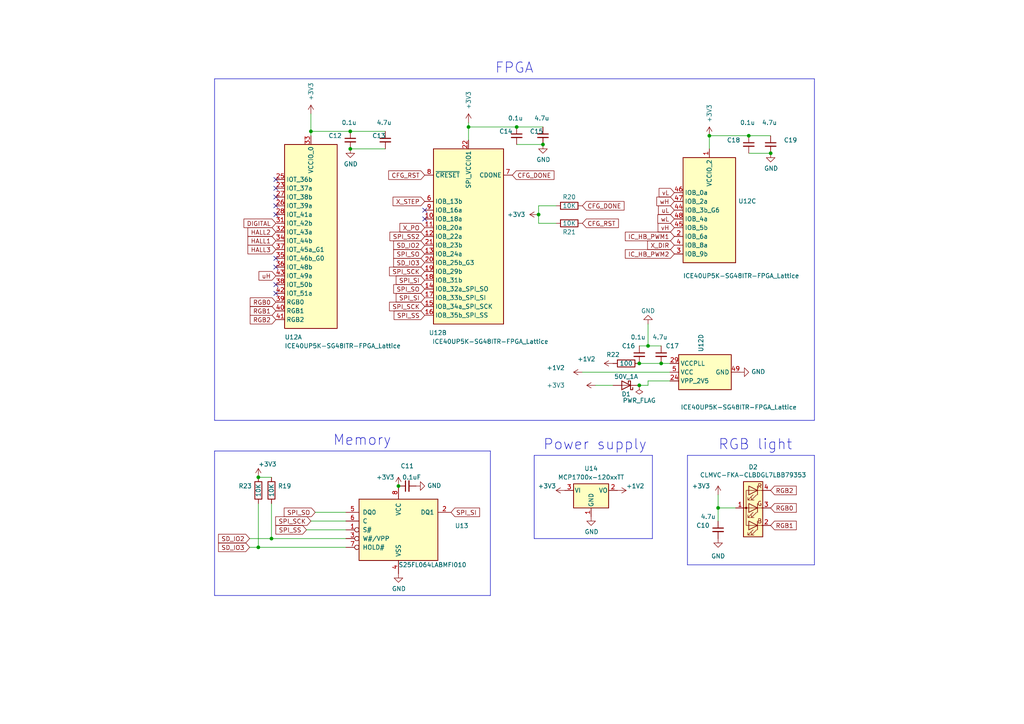
<source format=kicad_sch>
(kicad_sch (version 20230121) (generator eeschema)
  (paper "A4")
  (lib_symbols
    (symbol "Device:C_Small" (pin_numbers hide) (pin_names (offset 0.254) hide)
      (property "Reference" "C" (at 0.254 1.778 0))
      (property "Value" "C_Small" (at 0.254 -2.032 0))
      (symbol "C_Small_0_1"
        (polyline (pts (xy -1.524 -0.508) (xy 1.524 -0.508)) (stroke (width 0.3302)))
        (polyline (pts (xy -1.524 0.508) (xy 1.524 0.508)) (stroke (width 0.3048)))
      )
      (symbol "C_Small_1_1"
        (pin passive line (at 0 2.54 270) (length 2.032) (name "~") (number "1"))
        (pin passive line (at 0 -2.54 90) (length 2.032) (name "~") (number "2"))
      )
    )
    (symbol "Device:D_Schottky" (pin_numbers hide) (pin_names (offset 1.016) hide)
      (property "Reference" "D" (at 0 2.54 0))
      (property "Value" "D_Schottky" (at 0 -2.54 0))
      (symbol "D_Schottky_0_1"
        (polyline (pts (xy 1.27 0) (xy -1.27 0)))
        (polyline (pts (xy 1.27 1.27) (xy 1.27 -1.27) (xy -1.27 0) (xy 1.27 1.27)) (stroke (width 0.254)))
        (polyline (pts (xy -1.905 0.635) (xy -1.905 1.27) (xy -1.27 1.27) (xy -1.27 -1.27) (xy -0.635 -1.27) (xy -0.635 -0.635)) (stroke (width 0.254)))
      )
      (symbol "D_Schottky_1_1"
        (pin passive line (at -3.81 0 0) (length 2.54) (name "K") (number "1"))
        (pin passive line (at 3.81 0 180) (length 2.54) (name "A") (number "2"))
      )
    )
    (symbol "Device:R" (pin_numbers hide) (pin_names (offset 0))
      (property "Reference" "R" (at 2.032 0 90))
      (property "Value" "R" (at 0 0 90))
      (symbol "R_0_1"
        (rectangle (start -1.016 -2.54) (end 1.016 2.54) (stroke (width 0.254)))
      )
      (symbol "R_1_1"
        (pin passive line (at 0 3.81 270) (length 1.27) (name "~") (number "1"))
        (pin passive line (at 0 -3.81 90) (length 1.27) (name "~") (number "2"))
      )
    )
    (symbol "Regulator_Linear:MCP1700x-120xxTT" (pin_names (offset 0.254))
      (property "Reference" "U" (at -3.81 3.175 0))
      (property "Value" "MCP1700x-120xxTT" (at 0 3.175 0))
      (symbol "MCP1700x-120xxTT_0_1"
        (rectangle (start -5.08 1.905) (end 5.08 -5.08) (stroke (width 0.254)) (fill (type background)))
      )
      (symbol "MCP1700x-120xxTT_1_1"
        (pin power_in line (at 0 -7.62 90) (length 2.54) (name "GND") (number "1"))
        (pin power_out line (at 7.62 0 180) (length 2.54) (name "VO") (number "2"))
        (pin power_in line (at -7.62 0 0) (length 2.54) (name "VI") (number "3"))
      )
    )
    (symbol "power:+1V2" (power) (pin_names (offset 0))
      (property "Value" "+1V2" (at 0 3.556 0))
      (symbol "+1V2_0_1"
        (polyline (pts (xy -0.762 1.27) (xy 0 2.54)))
        (polyline (pts (xy 0 0) (xy 0 2.54)))
        (polyline (pts (xy 0 2.54) (xy 0.762 1.27)))
      )
      (symbol "+1V2_1_1"
        (pin power_in line (at 0 0 90) (length 0) hide (name "+1V2") (number "1"))
      )
    )
    (symbol "power:+3V3" (power) (pin_names (offset 0))
      (property "Value" "+3V3" (at 0 3.556 0))
      (symbol "+3V3_0_1"
        (polyline (pts (xy -0.762 1.27) (xy 0 2.54)))
        (polyline (pts (xy 0 0) (xy 0 2.54)))
        (polyline (pts (xy 0 2.54) (xy 0.762 1.27)))
      )
      (symbol "+3V3_1_1"
        (pin power_in line (at 0 0 90) (length 0) hide (name "+3V3") (number "1"))
      )
    )
    (symbol "power:GND" (power) (pin_names (offset 0))
      (property "Value" "GND" (at 0 -3.81 0))
      (symbol "GND_0_1"
        (polyline (pts (xy 0 0) (xy 0 -1.27) (xy 1.27 -1.27) (xy 0 -2.54) (xy -1.27 -1.27) (xy 0 -1.27)))
      )
      (symbol "GND_1_1"
        (pin power_in line (at 0 0 270) (length 0) hide (name "GND") (number "1"))
      )
    )
    (symbol "power:PWR_FLAG" (power) (pin_numbers hide) (pin_names (offset 0) hide)
      (property "Value" "PWR_FLAG" (at 0 3.81 0))
      (symbol "PWR_FLAG_0_0"
        (pin power_out line (at 0 0 90) (length 0) (name "pwr") (number "1"))
      )
      (symbol "PWR_FLAG_0_1"
        (polyline (pts (xy 0 0) (xy 0 1.27) (xy -1.016 1.905) (xy 0 2.54) (xy 1.016 1.905) (xy 0 1.27)))
      )
    )
    (symbol "scanhead_library:Device_LED_ARGB" (pin_names (offset 0) hide)
      (property "Reference" "D" (at 0 9.398 0))
      (property "Value" "Device_LED_ARGB" (at 0 -8.89 0))
      (symbol "Device_LED_ARGB_0_0"
        (text "B" (at -1.905 3.81 0) (effects (font (size 1.27 1.27))))
        (text "G" (at -1.905 -1.27 0) (effects (font (size 1.27 1.27))))
        (text "R" (at -1.905 -6.35 0) (effects (font (size 1.27 1.27))))
      )
      (symbol "Device_LED_ARGB_0_1"
        (polyline (pts (xy -2.54 -5.08) (xy 1.27 -5.08)))
        (polyline (pts (xy -1.27 -3.81) (xy -1.27 -6.35)) (stroke (width 0.2032)))
        (polyline (pts (xy -1.27 1.27) (xy -1.27 -1.27)) (stroke (width 0.2032)))
        (polyline (pts (xy -1.27 6.35) (xy -1.27 3.81)) (stroke (width 0.2032)))
        (polyline (pts (xy 1.27 5.08) (xy -2.54 5.08)))
        (polyline (pts (xy 2.54 0) (xy -2.54 0)))
        (polyline (pts (xy 1.27 -5.08) (xy 2.032 -5.08) (xy 2.032 5.08) (xy 1.27 5.08)))
        (polyline (pts (xy 1.27 -3.81) (xy 1.27 -6.35) (xy -1.27 -5.08) (xy 1.27 -3.81)) (stroke (width 0.2032)))
        (polyline (pts (xy 1.27 1.27) (xy 1.27 -1.27) (xy -1.27 0) (xy 1.27 1.27)) (stroke (width 0.2032)))
        (polyline (pts (xy 1.27 6.35) (xy 1.27 3.81) (xy -1.27 5.08) (xy 1.27 6.35)) (stroke (width 0.2032)))
        (polyline (pts (xy -1.016 -3.81) (xy 0.508 -2.286) (xy -0.254 -2.286) (xy 0.508 -2.286) (xy 0.508 -3.048)))
        (polyline (pts (xy -1.016 1.27) (xy 0.508 2.794) (xy -0.254 2.794) (xy 0.508 2.794) (xy 0.508 2.032)))
        (polyline (pts (xy -1.016 6.35) (xy 0.508 7.874) (xy -0.254 7.874) (xy 0.508 7.874) (xy 0.508 7.112)))
        (polyline (pts (xy 0 -3.81) (xy 1.524 -2.286) (xy 0.762 -2.286) (xy 1.524 -2.286) (xy 1.524 -3.048)))
        (polyline (pts (xy 0 1.27) (xy 1.524 2.794) (xy 0.762 2.794) (xy 1.524 2.794) (xy 1.524 2.032)))
        (polyline (pts (xy 0 6.35) (xy 1.524 7.874) (xy 0.762 7.874) (xy 1.524 7.874) (xy 1.524 7.112)))
        (rectangle (start 1.27 6.35) (end 1.27 6.35))
        (circle (center 2.032 0) (radius 0.254) (fill (type outline)))
        (rectangle (start 2.794 8.382) (end -2.794 -7.62) (stroke (width 0.254)) (fill (type background)))
      )
      (symbol "Device_LED_ARGB_1_1"
        (pin passive line (at 5.08 0 180) (length 2.54) (name "A") (number "1"))
        (pin passive line (at -5.08 5.08 0) (length 2.54) (name "RK") (number "2"))
        (pin passive line (at -5.08 0 0) (length 2.54) (name "GK") (number "3"))
        (pin passive line (at -5.08 -5.08 0) (length 2.54) (name "BK") (number "4"))
      )
    )
    (symbol "scanhead_library:ICE40UP5K-SG48ITR-FPGA_Lattice"
      (property "Reference" "U" (at -8.89 -29.21 0))
      (property "Value" "ICE40UP5K-SG48ITR-FPGA_Lattice" (at 0 -31.75 0))
      (symbol "ICE40UP5K-SG48ITR-FPGA_Lattice_1_1"
        (rectangle (start -7.62 25.4) (end 7.62 -27.94) (stroke (width 0.254)) (fill (type background)))
        (pin bidirectional line (at -10.16 12.7 0) (length 2.54) (name "IOT_37a") (number "23"))
        (pin bidirectional line (at -10.16 15.24 0) (length 2.54) (name "IOT_36b") (number "25"))
        (pin bidirectional line (at -10.16 7.62 0) (length 2.54) (name "IOT_39a") (number "26"))
        (pin bidirectional line (at -10.16 10.16 0) (length 2.54) (name "IOT_38b") (number "27"))
        (pin bidirectional line (at -10.16 5.08 0) (length 2.54) (name "IOT_41a") (number "28"))
        (pin bidirectional line (at -10.16 2.54 0) (length 2.54) (name "IOT_42b") (number "31"))
        (pin bidirectional line (at -10.16 0 0) (length 2.54) (name "IOT_43a") (number "32"))
        (pin power_in line (at 0 27.94 270) (length 2.54) (name "VCCIO_0") (number "33"))
        (pin bidirectional line (at -10.16 -2.54 0) (length 2.54) (name "IOT_44b") (number "34"))
        (pin bidirectional line (at -10.16 -7.62 0) (length 2.54) (name "IOT_46b_G0") (number "35"))
        (pin bidirectional line (at -10.16 -10.16 0) (length 2.54) (name "IOT_48b") (number "36"))
        (pin bidirectional line (at -10.16 -5.08 0) (length 2.54) (name "IOT_45a_G1") (number "37"))
        (pin bidirectional line (at -10.16 -15.24 0) (length 2.54) (name "IOT_50b") (number "38"))
        (pin open_collector line (at -10.16 -20.32 0) (length 2.54) (name "RGB0") (number "39"))
        (pin open_collector line (at -10.16 -22.86 0) (length 2.54) (name "RGB1") (number "40"))
        (pin open_collector line (at -10.16 -25.4 0) (length 2.54) (name "RGB2") (number "41"))
        (pin bidirectional line (at -10.16 -17.78 0) (length 2.54) (name "IOT_51a") (number "42"))
        (pin bidirectional line (at -10.16 -12.7 0) (length 2.54) (name "IOT_49a") (number "43"))
      )
      (symbol "ICE40UP5K-SG48ITR-FPGA_Lattice_2_1"
        (rectangle (start -10.16 25.4) (end 10.16 -25.4) (stroke (width 0.254)) (fill (type background)))
        (pin bidirectional line (at -12.7 5.08 0) (length 2.54) (name "IOB_18a") (number "10"))
        (pin bidirectional line (at -12.7 2.54 0) (length 2.54) (name "IOB_20a") (number "11"))
        (pin bidirectional line (at -12.7 0 0) (length 2.54) (name "IOB_22a") (number "12"))
        (pin bidirectional line (at -12.7 -5.08 0) (length 2.54) (name "IOB_24a") (number "13"))
        (pin bidirectional line (at -12.7 -15.24 0) (length 2.54) (name "IOB_32a_SPI_SO") (number "14"))
        (pin bidirectional line (at -12.7 -20.32 0) (length 2.54) (name "IOB_34a_SPI_SCK") (number "15"))
        (pin bidirectional line (at -12.7 -22.86 0) (length 2.54) (name "IOB_35b_SPI_SS") (number "16"))
        (pin bidirectional line (at -12.7 -17.78 0) (length 2.54) (name "IOB_33b_SPI_SI") (number "17"))
        (pin bidirectional line (at -12.7 -12.7 0) (length 2.54) (name "IOB_31b") (number "18"))
        (pin bidirectional line (at -12.7 -10.16 0) (length 2.54) (name "IOB_29b") (number "19"))
        (pin bidirectional line (at -12.7 -7.62 0) (length 2.54) (name "IOB_25b_G3") (number "20"))
        (pin bidirectional line (at -12.7 -2.54 0) (length 2.54) (name "IOB_23b") (number "21"))
        (pin power_in line (at 0 27.94 270) (length 2.54) (name "SPI_VCCIO1") (number "22"))
        (pin bidirectional line (at -12.7 10.16 0) (length 2.54) (name "IOB_13b") (number "6"))
        (pin open_collector line (at 12.7 17.78 180) (length 2.54) (name "CDONE") (number "7"))
        (pin input line (at -12.7 17.78 0) (length 2.54) (name "~{CRESET}") (number "8"))
        (pin bidirectional line (at -12.7 7.62 0) (length 2.54) (name "IOB_16a") (number "9"))
      )
      (symbol "ICE40UP5K-SG48ITR-FPGA_Lattice_3_1"
        (rectangle (start -7.62 15.24) (end 7.62 -15.24) (stroke (width 0.254)) (fill (type background)))
        (pin power_in line (at 0 17.78 270) (length 2.54) (name "VCCIO_2") (number "1"))
        (pin bidirectional line (at -10.16 -7.62 0) (length 2.54) (name "IOB_6a") (number "2"))
        (pin bidirectional line (at -10.16 -12.7 0) (length 2.54) (name "IOB_9b") (number "3"))
        (pin bidirectional line (at -10.16 -10.16 0) (length 2.54) (name "IOB_8a") (number "4"))
        (pin bidirectional line (at -10.16 0 0) (length 2.54) (name "IOB_3b_G6") (number "44"))
        (pin bidirectional line (at -10.16 -5.08 0) (length 2.54) (name "IOB_5b") (number "45"))
        (pin bidirectional line (at -10.16 5.08 0) (length 2.54) (name "IOB_0a") (number "46"))
        (pin bidirectional line (at -10.16 2.54 0) (length 2.54) (name "IOB_2a") (number "47"))
        (pin bidirectional line (at -10.16 -2.54 0) (length 2.54) (name "IOB_4a") (number "48"))
      )
      (symbol "ICE40UP5K-SG48ITR-FPGA_Lattice_4_1"
        (rectangle (start -5.08 7.62) (end 5.08 -7.62) (stroke (width 0.254)) (fill (type background)))
        (pin power_in line (at -2.54 10.16 270) (length 2.54) (name "VPP_2V5") (number "24"))
        (pin power_out line (at 2.54 10.16 270) (length 2.54) (name "VCCPLL") (number "29"))
        (pin passive line (at 0 10.16 270) (length 2.54) hide (name "VCC") (number "30"))
        (pin power_in line (at 0 -10.16 90) (length 2.54) (name "GND") (number "49"))
        (pin power_in line (at 0 10.16 270) (length 2.54) (name "VCC") (number "5"))
      )
    )
    (symbol "scanhead_library:M25PX32-VMW" (pin_names (offset 1.016))
      (property "Reference" "U" (at -10.16 10.16 0))
      (property "Value" "M25PX32-VMW" (at 7.62 -10.16 0))
      (symbol "M25PX32-VMW_0_1"
        (rectangle (start -11.43 8.89) (end 11.43 -8.89) (stroke (width 0.254)) (fill (type background)))
      )
      (symbol "M25PX32-VMW_1_1"
        (pin input inverted (at -15.24 0 0) (length 3.81) (name "S#") (number "1"))
        (pin bidirectional line (at 15.24 5.08 180) (length 3.81) (name "DQ1") (number "2"))
        (pin input inverted (at -15.24 -2.54 0) (length 3.81) (name "W#/VPP") (number "3"))
        (pin power_in line (at 0 -12.7 90) (length 3.81) (name "VSS") (number "4"))
        (pin bidirectional line (at -15.24 5.08 0) (length 3.81) (name "DQ0") (number "5"))
        (pin input line (at -15.24 2.54 0) (length 3.81) (name "C") (number "6"))
        (pin input inverted (at -15.24 -5.08 0) (length 3.81) (name "HOLD#") (number "7"))
        (pin power_in line (at 0 12.7 270) (length 3.81) (name "VCC") (number "8"))
      )
    )
  )
  (junction (at 90.17 38.1))
  (junction (at 185.42 105.41))
  (junction (at 74.93 138.43))
  (junction (at 205.74 39.37))
  (junction (at 217.17 39.37))
  (junction (at 156.21 62.23))
  (junction (at 78.74 156.21))
  (junction (at 185.42 111.76))
  (junction (at 187.96 100.33))
  (junction (at 208.28 147.32))
  (junction (at 149.86 36.83))
  (junction (at 115.57 140.97))
  (junction (at 74.93 158.75))
  (junction (at 135.89 36.83))
  (junction (at 191.77 105.41))
  (junction (at 223.52 44.45))
  (junction (at 101.6 43.18))
  (junction (at 157.48 41.91))
  (junction (at 101.6 38.1))
  (no_connect (at 80.01 62.23))
  (no_connect (at 80.01 74.93))
  (no_connect (at 80.01 59.69))
  (no_connect (at 80.01 77.47))
  (no_connect (at 80.01 54.61))
  (no_connect (at 123.19 60.96))
  (no_connect (at 80.01 85.09))
  (no_connect (at 80.01 57.15))
  (no_connect (at 80.01 82.55))
  (no_connect (at 80.01 52.07))
  (no_connect (at 123.19 63.5))
  (wire (pts (xy 111.76 43.18) (xy 101.6 43.18)))
  (wire (pts (xy 74.93 158.75) (xy 100.33 158.75)))
  (polyline (pts (xy 199.39 132.08) (xy 199.39 163.83)))
  (wire (pts (xy 90.17 38.1) (xy 90.17 33.02)))
  (wire (pts (xy 217.17 44.45) (xy 223.52 44.45)))
  (wire (pts (xy 156.21 64.77) (xy 161.29 64.77)))
  (wire (pts (xy 161.29 59.69) (xy 156.21 59.69)))
  (wire (pts (xy 187.96 93.98) (xy 187.96 100.33)))
  (polyline (pts (xy 189.23 132.08) (xy 189.23 156.21)))
  (wire (pts (xy 135.89 36.83) (xy 135.89 35.56)))
  (wire (pts (xy 185.42 100.33) (xy 187.96 100.33)))
  (polyline (pts (xy 236.22 163.83) (xy 199.39 163.83)))
  (wire (pts (xy 72.39 158.75) (xy 74.93 158.75)))
  (wire (pts (xy 172.72 111.76) (xy 177.8 111.76)))
  (wire (pts (xy 156.21 62.23) (xy 156.21 64.77)))
  (polyline (pts (xy 154.94 156.21) (xy 154.94 132.08)))
  (wire (pts (xy 205.74 39.37) (xy 217.17 39.37)))
  (wire (pts (xy 78.74 138.43) (xy 74.93 138.43)))
  (wire (pts (xy 156.21 59.69) (xy 156.21 62.23)))
  (wire (pts (xy 90.17 38.1) (xy 101.6 38.1)))
  (polyline (pts (xy 62.23 130.81) (xy 62.23 172.72)))
  (wire (pts (xy 135.89 40.64) (xy 135.89 36.83)))
  (polyline (pts (xy 154.94 132.08) (xy 189.23 132.08)))
  (polyline (pts (xy 236.22 121.92) (xy 62.23 121.92)))
  (polyline (pts (xy 62.23 22.86) (xy 236.22 22.86)))
  (wire (pts (xy 187.96 111.76) (xy 187.96 110.49)))
  (polyline (pts (xy 236.22 132.08) (xy 236.22 163.83)))
  (polyline (pts (xy 142.24 172.72) (xy 62.23 172.72)))
  (polyline (pts (xy 62.23 22.86) (xy 62.23 121.92)))
  (wire (pts (xy 208.28 147.32) (xy 213.36 147.32)))
  (wire (pts (xy 205.74 39.37) (xy 205.74 43.18)))
  (wire (pts (xy 208.28 143.51) (xy 208.28 147.32)))
  (wire (pts (xy 78.74 146.05) (xy 78.74 156.21)))
  (wire (pts (xy 187.96 110.49) (xy 194.31 110.49)))
  (wire (pts (xy 191.77 105.41) (xy 194.31 105.41)))
  (wire (pts (xy 78.74 156.21) (xy 100.33 156.21)))
  (polyline (pts (xy 62.23 130.81) (xy 142.24 130.81)))
  (wire (pts (xy 100.33 153.67) (xy 88.9 153.67)))
  (wire (pts (xy 157.48 36.83) (xy 149.86 36.83)))
  (wire (pts (xy 101.6 38.1) (xy 111.76 38.1)))
  (wire (pts (xy 90.17 39.37) (xy 90.17 38.1)))
  (wire (pts (xy 217.17 39.37) (xy 223.52 39.37)))
  (wire (pts (xy 185.42 105.41) (xy 191.77 105.41)))
  (wire (pts (xy 149.86 36.83) (xy 135.89 36.83)))
  (wire (pts (xy 185.42 111.76) (xy 187.96 111.76)))
  (wire (pts (xy 74.93 158.75) (xy 74.93 146.05)))
  (wire (pts (xy 168.91 107.95) (xy 194.31 107.95)))
  (wire (pts (xy 90.17 151.13) (xy 100.33 151.13)))
  (wire (pts (xy 72.39 156.21) (xy 78.74 156.21)))
  (wire (pts (xy 187.96 100.33) (xy 191.77 100.33)))
  (polyline (pts (xy 236.22 22.86) (xy 236.22 121.92)))
  (polyline (pts (xy 142.24 130.81) (xy 142.24 172.72)))
  (wire (pts (xy 100.33 148.59) (xy 91.44 148.59)))
  (polyline (pts (xy 199.39 132.08) (xy 236.22 132.08)))
  (polyline (pts (xy 189.23 156.21) (xy 154.94 156.21)))
  (wire (pts (xy 208.28 147.32) (xy 208.28 151.13)))
  (wire (pts (xy 149.86 41.91) (xy 157.48 41.91)))
  (text "Power supply" (at 157.48 130.81 0) (effects (font (size 3 3)) (justify left bottom)))
  (text "FPGA" (at 143.51 21.59 0) (effects (font (size 3 3)) (justify left bottom)))
  (text "RGB light" (at 208.28 130.81 0) (effects (font (size 3 3)) (justify left bottom)))
  (text "Memory" (at 96.52 129.54 0) (effects (font (size 3 3)) (justify left bottom)))
  (global_label "SD_IO2" (shape input) (at 123.19 71.12 180) (property "Intersheetrefs" "${INTERSHEET_REFS}" (effects hide)))
  (global_label "SPI_SO" (shape input) (at 123.19 73.66 180) (property "Intersheetrefs" "${INTERSHEET_REFS}" (effects hide)))
  (global_label "CFG_RST" (shape input) (at 168.91 64.77 0) (property "Intersheetrefs" "${INTERSHEET_REFS}" (effects hide)))
  (global_label "RGB1" (shape input) (at 80.01 90.17 180) (property "Intersheetrefs" "${INTERSHEET_REFS}" (effects hide)))
  (global_label "SD_IO3" (shape input) (at 123.19 76.2 180) (property "Intersheetrefs" "${INTERSHEET_REFS}" (effects hide)))
  (global_label "SPI_SI" (shape input) (at 123.19 81.28 180) (property "Intersheetrefs" "${INTERSHEET_REFS}" (effects hide)))
  (global_label "SPI_SS" (shape input) (at 123.19 91.44 180) (property "Intersheetrefs" "${INTERSHEET_REFS}" (effects hide)))
  (global_label "SPI_SS2" (shape input) (at 123.19 68.58 180) (property "Intersheetrefs" "${INTERSHEET_REFS}" (effects hide)))
  (global_label "SPI_SCK" (shape input) (at 90.17 151.13 180) (property "Intersheetrefs" "${INTERSHEET_REFS}" (effects hide)))
  (global_label "X_PO" (shape input) (at 123.19 66.04 180) (property "Intersheetrefs" "${INTERSHEET_REFS}" (effects hide)))
  (global_label "uL" (shape input) (at 195.58 60.96 180) (property "Intersheetrefs" "${INTERSHEET_REFS}" (effects hide)))
  (global_label "CFG_RST" (shape input) (at 123.19 50.8 180) (property "Intersheetrefs" "${INTERSHEET_REFS}" (effects hide)))
  (global_label "IC_HB_PWM1" (shape input) (at 195.58 68.58 180) (property "Intersheetrefs" "${INTERSHEET_REFS}" (effects hide)))
  (global_label "uH" (shape input) (at 80.01 80.01 180) (property "Intersheetrefs" "${INTERSHEET_REFS}" (effects hide)))
  (global_label "SD_IO3" (shape input) (at 72.39 158.75 180) (property "Intersheetrefs" "${INTERSHEET_REFS}" (effects hide)))
  (global_label "SPI_SO" (shape input) (at 123.19 83.82 180) (property "Intersheetrefs" "${INTERSHEET_REFS}" (effects hide)))
  (global_label "RGB0" (shape input) (at 80.01 87.63 180) (property "Intersheetrefs" "${INTERSHEET_REFS}" (effects hide)))
  (global_label "SPI_SO" (shape input) (at 91.44 148.59 180) (property "Intersheetrefs" "${INTERSHEET_REFS}" (effects hide)))
  (global_label "SPI_SI" (shape input) (at 130.81 148.59 0) (property "Intersheetrefs" "${INTERSHEET_REFS}" (effects hide)))
  (global_label "wH" (shape input) (at 195.58 58.42 180) (property "Intersheetrefs" "${INTERSHEET_REFS}" (effects hide)))
  (global_label "wL" (shape input) (at 195.58 63.5 180) (property "Intersheetrefs" "${INTERSHEET_REFS}" (effects hide)))
  (global_label "CFG_DONE" (shape input) (at 148.59 50.8 0) (property "Intersheetrefs" "${INTERSHEET_REFS}" (effects hide)))
  (global_label "RGB1" (shape input) (at 223.52 152.4 0) (property "Intersheetrefs" "${INTERSHEET_REFS}" (effects hide)))
  (global_label "HALL3" (shape input) (at 80.01 72.39 180) (property "Intersheetrefs" "${INTERSHEET_REFS}" (effects hide)))
  (global_label "RGB2" (shape input) (at 80.01 92.71 180) (property "Intersheetrefs" "${INTERSHEET_REFS}" (effects hide)))
  (global_label "SD_IO2" (shape input) (at 72.39 156.21 180) (property "Intersheetrefs" "${INTERSHEET_REFS}" (effects hide)))
  (global_label "vH" (shape input) (at 195.58 66.04 180) (property "Intersheetrefs" "${INTERSHEET_REFS}" (effects hide)))
  (global_label "SPI_SCK" (shape input) (at 123.19 78.74 180) (property "Intersheetrefs" "${INTERSHEET_REFS}" (effects hide)))
  (global_label "HALL1" (shape input) (at 80.01 69.85 180) (property "Intersheetrefs" "${INTERSHEET_REFS}" (effects hide)))
  (global_label "SPI_SI" (shape input) (at 123.19 86.36 180) (property "Intersheetrefs" "${INTERSHEET_REFS}" (effects hide)))
  (global_label "vL" (shape input) (at 195.58 55.88 180) (property "Intersheetrefs" "${INTERSHEET_REFS}" (effects hide)))
  (global_label "IC_HB_PWM2" (shape input) (at 195.58 73.66 180) (property "Intersheetrefs" "${INTERSHEET_REFS}" (effects hide)))
  (global_label "X_STEP" (shape input) (at 123.19 58.42 180) (property "Intersheetrefs" "${INTERSHEET_REFS}" (effects hide)))
  (global_label "RGB2" (shape input) (at 223.52 142.24 0) (property "Intersheetrefs" "${INTERSHEET_REFS}" (effects hide)))
  (global_label "CFG_DONE" (shape input) (at 168.91 59.69 0) (property "Intersheetrefs" "${INTERSHEET_REFS}" (effects hide)))
  (global_label "SPI_SS" (shape input) (at 88.9 153.67 180) (property "Intersheetrefs" "${INTERSHEET_REFS}" (effects hide)))
  (global_label "HALL2" (shape input) (at 80.01 67.31 180) (property "Intersheetrefs" "${INTERSHEET_REFS}" (effects hide)))
  (global_label "RGB0" (shape input) (at 223.52 147.32 0) (property "Intersheetrefs" "${INTERSHEET_REFS}" (effects hide)))
  (global_label "SPI_SCK" (shape input) (at 123.19 88.9 180) (property "Intersheetrefs" "${INTERSHEET_REFS}" (effects hide)))
  (global_label "DIGITAL" (shape input) (at 80.01 64.77 180) (property "Intersheetrefs" "${INTERSHEET_REFS}" (effects hide)))
  (global_label "X_DIR" (shape input) (at 195.58 71.12 180) (property "Intersheetrefs" "${INTERSHEET_REFS}" (effects hide)))
  (symbol (lib_id "Device:R") (at 165.1 59.69 90) (unit 1)
    (property "Reference" "R20" (at 165.1 57.15 90))
    (property "Value" "10K" (at 165.1 59.69 90))
    (property "Footprint" "Resistor_SMD:R_0805_2012Metric_Pad1.20x1.40mm_HandSolder" (effects hide))
  )
  (symbol (lib_id "power:+3V3") (at 115.57 140.97 0) (unit 1)
    (property "Reference" "#PWR0128" (effects hide))
    (property "Value" "+3V3" (at 111.76 138.43 0))
  )
  (symbol (lib_id "Device:C_Small") (at 118.11 140.97 90) (unit 1)
    (property "Reference" "C11" (at 118.11 135.1534 90))
    (property "Value" "0.1uF" (at 119.38 138.43 90))
    (property "Footprint" "Capacitor_SMD:C_0805_2012Metric_Pad1.18x1.45mm_HandSolder" (effects hide))
  )
  (symbol (lib_id "power:GND") (at 120.65 140.97 90) (unit 1)
    (property "Reference" "#PWR0129" (effects hide))
    (property "Value" "GND" (at 123.9012 140.843 90) (effects (justify right)))
  )
  (symbol (lib_id "power:GND") (at 115.57 166.37 0) (unit 1)
    (property "Reference" "#PWR0130" (effects hide))
    (property "Value" "GND" (at 115.697 170.7642 0))
  )
  (symbol (lib_id "scanhead_library:M25PX32-VMW") (at 115.57 153.67 0) (unit 1)
    (property "Reference" "U13" (at 131.9276 152.5016 0) (effects (justify left)))
    (property "Value" "S25FL064LABMFI010" (at 115.57 163.83 0) (effects (justify left)))
    (property "Footprint" "sockets_scanhead:SOIC-8W_5.3x5.3mm_P1.27mm" (effects hide))
    (property "Datasheet" "https://nl.farnell.com/cypress-semiconductor/s25fl064labmfi010/flash-memory-64mbit-soic-8/dp/2768034" (effects hide))
  )
  (symbol (lib_id "Device:R") (at 78.74 142.24 180) (unit 1)
    (property "Reference" "R19" (at 82.55 140.97 0))
    (property "Value" "10K" (at 78.74 142.24 90))
    (property "Footprint" "Resistor_SMD:R_0805_2012Metric_Pad1.20x1.40mm_HandSolder" (effects hide))
  )
  (symbol (lib_id "Device:R") (at 74.93 142.24 180) (unit 1)
    (property "Reference" "R23" (at 71.12 140.97 0))
    (property "Value" "10K" (at 74.93 142.24 90))
    (property "Footprint" "Resistor_SMD:R_0805_2012Metric_Pad1.20x1.40mm_HandSolder" (effects hide))
  )
  (symbol (lib_id "Device:R") (at 165.1 64.77 90) (unit 1)
    (property "Reference" "R21" (at 165.1 67.31 90))
    (property "Value" "10K" (at 165.1 64.77 90))
    (property "Footprint" "Resistor_SMD:R_0805_2012Metric_Pad1.20x1.40mm_HandSolder" (effects hide))
  )
  (symbol (lib_id "scanhead_library:ICE40UP5K-SG48ITR-FPGA_Lattice") (at 90.17 67.31 0) (unit 1)
    (property "Reference" "U12" (at 82.55 97.79 0) (effects (justify left)))
    (property "Value" "ICE40UP5K-SG48ITR-FPGA_Lattice" (at 82.55 100.33 0) (effects (justify left)))
    (property "Footprint" "sockets_scanhead:QFN-48-1EP_7x7mm_P0.5mm_EP5.6x5.6mm" (effects hide))
  )
  (symbol (lib_id "scanhead_library:ICE40UP5K-SG48ITR-FPGA_Lattice") (at 135.89 68.58 0) (unit 2)
    (property "Reference" "U12" (at 127 96.52 0))
    (property "Value" "ICE40UP5K-SG48ITR-FPGA_Lattice" (at 142.24 99.06 0))
    (property "Footprint" "sockets_scanhead:QFN-48-1EP_7x7mm_P0.5mm_EP5.6x5.6mm" (effects hide))
  )
  (symbol (lib_id "scanhead_library:ICE40UP5K-SG48ITR-FPGA_Lattice") (at 205.74 60.96 0) (unit 3)
    (property "Reference" "U12" (at 214.122 58.3438 0) (effects (justify left)))
    (property "Value" "ICE40UP5K-SG48ITR-FPGA_Lattice" (at 198.12 80.01 0) (effects (justify left)))
    (property "Footprint" "sockets_scanhead:QFN-48-1EP_7x7mm_P0.5mm_EP5.6x5.6mm" (effects hide))
  )
  (symbol (lib_id "scanhead_library:ICE40UP5K-SG48ITR-FPGA_Lattice") (at 204.47 107.95 90) (unit 4)
    (property "Reference" "U12" (at 203.3016 102.108 0) (effects (justify left)))
    (property "Value" "ICE40UP5K-SG48ITR-FPGA_Lattice" (at 231.14 118.11 90) (effects (justify left)))
    (property "Footprint" "sockets_scanhead:QFN-48-1EP_7x7mm_P0.5mm_EP5.6x5.6mm" (effects hide))
  )
  (symbol (lib_id "power:GND") (at 101.6 43.18 0) (unit 1)
    (property "Reference" "#PWR0123" (effects hide))
    (property "Value" "GND" (at 101.727 47.5742 0))
  )
  (symbol (lib_id "Device:C_Small") (at 101.6 40.64 0) (unit 1)
    (property "Reference" "C12" (at 95.25 39.37 0) (effects (justify left)))
    (property "Value" "0.1u" (at 99.06 35.56 0) (effects (justify left)))
    (property "Footprint" "Capacitor_SMD:C_0805_2012Metric_Pad1.18x1.45mm_HandSolder" (effects hide))
  )
  (symbol (lib_id "Device:C_Small") (at 111.76 40.64 0) (unit 1)
    (property "Reference" "C13" (at 107.95 39.37 0) (effects (justify left)))
    (property "Value" "4.7u" (at 109.22 35.56 0) (effects (justify left)))
    (property "Footprint" "Capacitor_SMD:C_0805_2012Metric_Pad1.18x1.45mm_HandSolder" (effects hide))
  )
  (symbol (lib_id "Device:C_Small") (at 149.86 39.37 0) (unit 1)
    (property "Reference" "C14" (at 144.78 38.1 0) (effects (justify left)))
    (property "Value" "0.1u" (at 147.32 34.29 0) (effects (justify left)))
    (property "Footprint" "Capacitor_SMD:C_0805_2012Metric_Pad1.18x1.45mm_HandSolder" (effects hide))
  )
  (symbol (lib_id "Device:C_Small") (at 157.48 39.37 0) (unit 1)
    (property "Reference" "C15" (at 153.67 38.1 0) (effects (justify left)))
    (property "Value" "4.7u" (at 154.94 34.29 0) (effects (justify left)))
    (property "Footprint" "Capacitor_SMD:C_0805_2012Metric_Pad1.18x1.45mm_HandSolder" (effects hide))
  )
  (symbol (lib_id "Device:C_Small") (at 217.17 41.91 0) (unit 1)
    (property "Reference" "C18" (at 210.82 40.64 0) (effects (justify left)))
    (property "Value" "0.1u" (at 214.63 35.56 0) (effects (justify left)))
    (property "Footprint" "Capacitor_SMD:C_0805_2012Metric_Pad1.18x1.45mm_HandSolder" (effects hide))
  )
  (symbol (lib_id "Device:C_Small") (at 223.52 41.91 0) (unit 1)
    (property "Reference" "C19" (at 227.33 40.64 0) (effects (justify left)))
    (property "Value" "4.7u" (at 220.98 35.56 0) (effects (justify left)))
    (property "Footprint" "Capacitor_SMD:C_0805_2012Metric_Pad1.18x1.45mm_HandSolder" (effects hide))
  )
  (symbol (lib_id "power:GND") (at 157.48 41.91 0) (unit 1)
    (property "Reference" "#PWR0120" (effects hide))
    (property "Value" "GND" (at 157.607 46.3042 0))
  )
  (symbol (lib_id "power:GND") (at 223.52 44.45 0) (unit 1)
    (property "Reference" "#PWR0117" (effects hide))
    (property "Value" "GND" (at 223.647 48.8442 0))
  )
  (symbol (lib_id "power:+1V2") (at 177.8 105.41 90) (unit 1)
    (property "Reference" "#PWR0134" (effects hide))
    (property "Value" "+1V2" (at 172.72 104.14 90) (effects (justify left)))
  )
  (symbol (lib_id "power:GND") (at 214.63 107.95 90) (unit 1)
    (property "Reference" "#PWR0132" (effects hide))
    (property "Value" "GND" (at 217.8812 107.823 90) (effects (justify right)))
  )
  (symbol (lib_id "Device:R") (at 181.61 105.41 90) (unit 1)
    (property "Reference" "R22" (at 177.8 102.87 90))
    (property "Value" "100" (at 181.61 105.41 90))
    (property "Footprint" "Resistor_SMD:R_0805_2012Metric_Pad1.20x1.40mm_HandSolder" (effects hide))
  )
  (symbol (lib_id "Device:C_Small") (at 185.42 102.87 0) (unit 1)
    (property "Reference" "C16" (at 180.34 100.33 0) (effects (justify left)))
    (property "Value" "0.1u" (at 182.88 97.79 0) (effects (justify left)))
    (property "Footprint" "Capacitor_SMD:C_0805_2012Metric_Pad1.18x1.45mm_HandSolder" (effects hide))
  )
  (symbol (lib_id "Device:C_Small") (at 191.77 102.87 0) (unit 1)
    (property "Reference" "C17" (at 193.04 100.33 0) (effects (justify left)))
    (property "Value" "4.7u" (at 189.23 97.79 0) (effects (justify left)))
    (property "Footprint" "Capacitor_SMD:C_0805_2012Metric_Pad1.18x1.45mm_HandSolder" (effects hide))
  )
  (symbol (lib_id "Device:D_Schottky") (at 181.61 111.76 180) (unit 1)
    (property "Reference" "D1" (at 181.61 114.3 0))
    (property "Value" "50V_1A" (at 181.61 109.22 0))
    (property "Footprint" "Diode_SMD:D_SMA_Handsoldering" (effects hide))
  )
  (symbol (lib_id "power:PWR_FLAG") (at 185.42 111.76 180) (unit 1)
    (property "Reference" "#FLG0103" (effects hide))
    (property "Value" "PWR_FLAG" (at 185.42 116.1542 0))
  )
  (symbol (lib_id "power:+1V2") (at 168.91 107.95 90) (unit 1)
    (property "Reference" "#PWR0137" (effects hide))
    (property "Value" "+1V2" (at 163.83 106.68 90) (effects (justify left)))
  )
  (symbol (lib_id "scanhead_library:Device_LED_ARGB") (at 218.44 147.32 180) (unit 1)
    (property "Reference" "D2" (at 218.44 135.4582 0))
    (property "Value" "CLMVC-FKA-CLBDGL7LBB79353" (at 218.44 137.7696 0))
    (property "Footprint" "sockets_scanhead:LED_Cree-PLCC4_2x2mm_CW" (effects hide))
    (property "Datasheet" "http://www.cree.com/led-components/media/documents/CLV1L-FKB-1238.pdf" (effects hide))
  )
  (symbol (lib_id "Device:C_Small") (at 208.28 153.67 0) (unit 1)
    (property "Reference" "C10" (at 201.93 152.4 0) (effects (justify left)))
    (property "Value" "4.7u" (at 203.2 149.86 0) (effects (justify left)))
    (property "Footprint" "Capacitor_SMD:C_0805_2012Metric_Pad1.18x1.45mm_HandSolder" (effects hide))
  )
  (symbol (lib_id "power:GND") (at 171.45 149.86 0) (unit 1)
    (property "Reference" "#PWR027" (effects hide))
    (property "Value" "GND" (at 171.577 154.2542 0))
  )
  (symbol (lib_id "power:+3V3") (at 208.28 143.51 0) (unit 1)
    (property "Reference" "#PWR019" (effects hide))
    (property "Value" "+3V3" (at 200.66 140.97 0) (effects (justify left)))
    (instances (project "base" (path "" (reference "#PWR019") (unit 1)) (path "" (reference "#PWR033") (unit 1)) (path "" (reference "#PWR042") (unit 1))))
  )
  (symbol (lib_id "power:+3V3") (at 74.93 138.43 0) (unit 1)
    (property "Reference" "#PWR019" (effects hide))
    (property "Value" "+3V3" (at 74.93 134.62 0) (effects (justify left)))
    (instances (project "base" (path "" (reference "#PWR019") (unit 1)) (path "" (reference "#PWR033") (unit 1)) (path "" (reference "#PWR043") (unit 1))))
  )
  (symbol (lib_id "power:+3V3") (at 156.21 62.23 90) (unit 1)
    (property "Reference" "#PWR019" (effects hide))
    (property "Value" "+3V3" (at 152.4 62.23 90) (effects (justify left)))
    (instances (project "base" (path "" (reference "#PWR019") (unit 1)) (path "" (reference "#PWR033") (unit 1)) (path "" (reference "#PWR041") (unit 1))))
  )
  (symbol (lib_id "power:GND") (at 208.28 156.21 0) (unit 1)
    (property "Reference" "#PWR030" (effects hide))
    (property "Value" "GND" (at 208.28 161.29 0))
  )
  (symbol (lib_id "power:+1V2") (at 179.07 142.24 270) (unit 1)
    (property "Reference" "#PWR028" (effects hide))
    (property "Value" "+1V2" (at 181.61 140.97 90) (effects (justify left)))
  )
  (symbol (lib_id "power:+3V3") (at 205.74 39.37 0) (unit 1)
    (property "Reference" "#PWR019" (effects hide))
    (property "Value" "+3V3" (at 205.74 35.56 90) (effects (justify left)))
    (instances (project "base" (path "" (reference "#PWR019") (unit 1)) (path "" (reference "#PWR033") (unit 1)) (path "" (reference "#PWR036") (unit 1))))
  )
  (symbol (lib_id "power:+3V3") (at 135.89 35.56 0) (unit 1)
    (property "Reference" "#PWR019" (effects hide))
    (property "Value" "+3V3" (at 135.89 31.75 90) (effects (justify left)))
    (instances (project "base" (path "" (reference "#PWR019") (unit 1)) (path "" (reference "#PWR033") (unit 1)) (path "" (reference "#PWR034") (unit 1))))
  )
  (symbol (lib_id "power:+3V3") (at 163.83 142.24 90) (unit 1)
    (property "Reference" "#PWR026" (effects hide))
    (property "Value" "+3V3" (at 161.29 140.97 90) (effects (justify left)))
  )
  (symbol (lib_id "power:+3V3") (at 172.72 111.76 90) (unit 1)
    (property "Reference" "#PWR019" (effects hide))
    (property "Value" "+3V3" (at 163.83 111.76 90) (effects (justify left)))
    (instances (project "base" (path "" (reference "#PWR019") (unit 1)) (path "" (reference "#PWR033") (unit 1)) (path "" (reference "#PWR044") (unit 1))))
  )
  (symbol (lib_id "power:+3V3") (at 90.17 33.02 0) (unit 1)
    (property "Reference" "#PWR019" (effects hide))
    (property "Value" "+3V3" (at 90.17 29.21 90) (effects (justify left)))
    (instances (project "base" (path "" (reference "#PWR019") (unit 1)) (path "" (reference "#PWR033") (unit 1)) (path "" (reference "#PWR035") (unit 1))))
  )
  (symbol (lib_id "Regulator_Linear:MCP1700x-120xxTT") (at 171.45 142.24 0) (unit 1)
    (property "Reference" "U14" (at 171.45 135.89 0))
    (property "Value" "MCP1700x-120xxTT" (at 171.45 138.43 0))
    (property "Footprint" "Package_TO_SOT_SMD:SOT-23" (effects hide))
    (property "Datasheet" "http://ww1.microchip.com/downloads/en/DeviceDoc/20001826D.pdf" (effects hide))
  )
  (symbol (lib_id "power:GND") (at 187.96 93.98 180) (unit 1)
    (property "Reference" "#PWR029" (effects hide))
    (property "Value" "GND" (at 187.96 90.17 0))
  )
)
</source>
